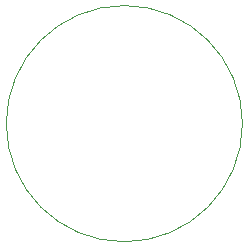
<source format=gbr>
%TF.GenerationSoftware,KiCad,Pcbnew,8.0.1*%
%TF.CreationDate,2024-07-23T23:42:04-04:00*%
%TF.ProjectId,PartyTorch-PCB,50617274-7954-46f7-9263-682d5043422e,rev?*%
%TF.SameCoordinates,Original*%
%TF.FileFunction,Profile,NP*%
%FSLAX46Y46*%
G04 Gerber Fmt 4.6, Leading zero omitted, Abs format (unit mm)*
G04 Created by KiCad (PCBNEW 8.0.1) date 2024-07-23 23:42:04*
%MOMM*%
%LPD*%
G01*
G04 APERTURE LIST*
%TA.AperFunction,Profile*%
%ADD10C,0.050000*%
%TD*%
G04 APERTURE END LIST*
D10*
X135770000Y-108780000D02*
G75*
G02*
X115770000Y-108780000I-10000000J0D01*
G01*
X115770000Y-108780000D02*
G75*
G02*
X135770000Y-108780000I10000000J0D01*
G01*
M02*

</source>
